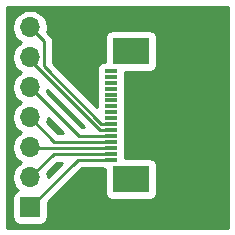
<source format=gbr>
%TF.GenerationSoftware,KiCad,Pcbnew,5.1.7-a382d34a8~88~ubuntu16.04.1*%
%TF.CreationDate,2022-04-02T16:43:32-04:00*%
%TF.ProjectId,eInkBreakout,65496e6b-4272-4656-916b-6f75742e6b69,rev?*%
%TF.SameCoordinates,Original*%
%TF.FileFunction,Copper,L1,Top*%
%TF.FilePolarity,Positive*%
%FSLAX46Y46*%
G04 Gerber Fmt 4.6, Leading zero omitted, Abs format (unit mm)*
G04 Created by KiCad (PCBNEW 5.1.7-a382d34a8~88~ubuntu16.04.1) date 2022-04-02 16:43:32*
%MOMM*%
%LPD*%
G01*
G04 APERTURE LIST*
%TA.AperFunction,SMDPad,CuDef*%
%ADD10R,3.100000X2.300000*%
%TD*%
%TA.AperFunction,SMDPad,CuDef*%
%ADD11R,1.100000X0.300000*%
%TD*%
%TA.AperFunction,ComponentPad*%
%ADD12R,1.700000X1.700000*%
%TD*%
%TA.AperFunction,ComponentPad*%
%ADD13O,1.700000X1.700000*%
%TD*%
%TA.AperFunction,Conductor*%
%ADD14C,0.250000*%
%TD*%
%TA.AperFunction,NonConductor*%
%ADD15C,0.254000*%
%TD*%
%TA.AperFunction,NonConductor*%
%ADD16C,0.100000*%
%TD*%
G04 APERTURE END LIST*
D10*
%TO.P,J2,MP*%
%TO.N,N/C*%
X104150000Y-101380000D03*
X104150000Y-112220000D03*
D11*
%TO.P,J2,16*%
X102450000Y-103050000D03*
%TO.P,J2,15*%
X102450000Y-103550000D03*
%TO.P,J2,14*%
X102450000Y-104050000D03*
%TO.P,J2,13*%
X102450000Y-104550000D03*
%TO.P,J2,12*%
X102450000Y-105050000D03*
%TO.P,J2,11*%
X102450000Y-105550000D03*
%TO.P,J2,10*%
X102450000Y-106050000D03*
%TO.P,J2,9*%
X102450000Y-106550000D03*
%TO.P,J2,8*%
X102450000Y-107050000D03*
%TO.P,J2,7*%
%TO.N,Dot5Distal*%
X102450000Y-107550000D03*
%TO.P,J2,6*%
%TO.N,Dot4*%
X102450000Y-108050000D03*
%TO.P,J2,5*%
%TO.N,Dot3*%
X102450000Y-108550000D03*
%TO.P,J2,4*%
%TO.N,Dot2*%
X102450000Y-109050000D03*
%TO.P,J2,3*%
%TO.N,Dot1*%
X102450000Y-109550000D03*
%TO.P,J2,2*%
%TO.N,Bkgd*%
X102450000Y-110050000D03*
%TO.P,J2,1*%
%TO.N,Top*%
X102450000Y-110550000D03*
%TD*%
D12*
%TO.P,J1,1*%
%TO.N,Top*%
X95600000Y-114600000D03*
D13*
%TO.P,J1,2*%
%TO.N,Bkgd*%
X95600000Y-112060000D03*
%TO.P,J1,3*%
%TO.N,Dot1*%
X95600000Y-109520000D03*
%TO.P,J1,4*%
%TO.N,Dot2*%
X95600000Y-106980000D03*
%TO.P,J1,5*%
%TO.N,Dot3*%
X95600000Y-104440000D03*
%TO.P,J1,6*%
%TO.N,Dot4*%
X95600000Y-101900000D03*
%TO.P,J1,7*%
%TO.N,Dot5Distal*%
X95600000Y-99360000D03*
%TD*%
D14*
%TO.N,Top*%
X99650000Y-110550000D02*
X95600000Y-114600000D01*
X102450000Y-110550000D02*
X99650000Y-110550000D01*
%TO.N,Bkgd*%
X97610000Y-110050000D02*
X95600000Y-112060000D01*
X102450000Y-110050000D02*
X97610000Y-110050000D01*
%TO.N,Dot1*%
X95630000Y-109550000D02*
X95600000Y-109520000D01*
X102450000Y-109550000D02*
X95630000Y-109550000D01*
%TO.N,Dot2*%
X97670000Y-109050000D02*
X95600000Y-106980000D01*
X102450000Y-109050000D02*
X97670000Y-109050000D01*
%TO.N,Dot3*%
X99710000Y-108550000D02*
X95600000Y-104440000D01*
X102450000Y-108550000D02*
X99710000Y-108550000D01*
%TO.N,Dot4*%
X95600000Y-102121413D02*
X95600000Y-101900000D01*
X101528587Y-108050000D02*
X95600000Y-102121413D01*
X102450000Y-108050000D02*
X101528587Y-108050000D01*
%TO.N,Dot5Distal*%
X96775001Y-100535001D02*
X95600000Y-99360000D01*
X102425001Y-107525001D02*
X101639999Y-107525001D01*
X101639999Y-107525001D02*
X96775001Y-102660003D01*
X102450000Y-107550000D02*
X102425001Y-107525001D01*
X96775001Y-102660003D02*
X96775001Y-100535001D01*
%TD*%
D15*
X112340001Y-116340000D02*
X93660000Y-116340000D01*
X93660000Y-113750000D01*
X94111928Y-113750000D01*
X94111928Y-115450000D01*
X94124188Y-115574482D01*
X94160498Y-115694180D01*
X94219463Y-115804494D01*
X94298815Y-115901185D01*
X94395506Y-115980537D01*
X94505820Y-116039502D01*
X94625518Y-116075812D01*
X94750000Y-116088072D01*
X96450000Y-116088072D01*
X96574482Y-116075812D01*
X96694180Y-116039502D01*
X96804494Y-115980537D01*
X96901185Y-115901185D01*
X96980537Y-115804494D01*
X97039502Y-115694180D01*
X97075812Y-115574482D01*
X97088072Y-115450000D01*
X97088072Y-114186729D01*
X99964802Y-111310000D01*
X101723393Y-111310000D01*
X101775518Y-111325812D01*
X101900000Y-111338072D01*
X101961928Y-111338072D01*
X101961928Y-113370000D01*
X101974188Y-113494482D01*
X102010498Y-113614180D01*
X102069463Y-113724494D01*
X102148815Y-113821185D01*
X102245506Y-113900537D01*
X102355820Y-113959502D01*
X102475518Y-113995812D01*
X102600000Y-114008072D01*
X105700000Y-114008072D01*
X105824482Y-113995812D01*
X105944180Y-113959502D01*
X106054494Y-113900537D01*
X106151185Y-113821185D01*
X106230537Y-113724494D01*
X106289502Y-113614180D01*
X106325812Y-113494482D01*
X106338072Y-113370000D01*
X106338072Y-111070000D01*
X106325812Y-110945518D01*
X106289502Y-110825820D01*
X106230537Y-110715506D01*
X106151185Y-110618815D01*
X106054494Y-110539463D01*
X105944180Y-110480498D01*
X105824482Y-110444188D01*
X105700000Y-110431928D01*
X103638072Y-110431928D01*
X103638072Y-110400000D01*
X103628223Y-110300000D01*
X103638072Y-110200000D01*
X103638072Y-109900000D01*
X103628223Y-109800000D01*
X103638072Y-109700000D01*
X103638072Y-109400000D01*
X103628223Y-109300000D01*
X103638072Y-109200000D01*
X103638072Y-108900000D01*
X103628223Y-108800000D01*
X103638072Y-108700000D01*
X103638072Y-108400000D01*
X103628223Y-108300000D01*
X103638072Y-108200000D01*
X103638072Y-107900000D01*
X103628223Y-107800000D01*
X103638072Y-107700000D01*
X103638072Y-107400000D01*
X103628223Y-107300000D01*
X103638072Y-107200000D01*
X103638072Y-106900000D01*
X103628223Y-106800000D01*
X103638072Y-106700000D01*
X103638072Y-106400000D01*
X103628223Y-106300000D01*
X103638072Y-106200000D01*
X103638072Y-105900000D01*
X103628223Y-105800000D01*
X103638072Y-105700000D01*
X103638072Y-105400000D01*
X103628223Y-105300000D01*
X103638072Y-105200000D01*
X103638072Y-104900000D01*
X103628223Y-104800000D01*
X103638072Y-104700000D01*
X103638072Y-104400000D01*
X103628223Y-104300000D01*
X103638072Y-104200000D01*
X103638072Y-103900000D01*
X103628223Y-103800000D01*
X103638072Y-103700000D01*
X103638072Y-103400000D01*
X103628223Y-103300000D01*
X103638072Y-103200000D01*
X103638072Y-103168072D01*
X105700000Y-103168072D01*
X105824482Y-103155812D01*
X105944180Y-103119502D01*
X106054494Y-103060537D01*
X106151185Y-102981185D01*
X106230537Y-102884494D01*
X106289502Y-102774180D01*
X106325812Y-102654482D01*
X106338072Y-102530000D01*
X106338072Y-100230000D01*
X106325812Y-100105518D01*
X106289502Y-99985820D01*
X106230537Y-99875506D01*
X106151185Y-99778815D01*
X106054494Y-99699463D01*
X105944180Y-99640498D01*
X105824482Y-99604188D01*
X105700000Y-99591928D01*
X102600000Y-99591928D01*
X102475518Y-99604188D01*
X102355820Y-99640498D01*
X102245506Y-99699463D01*
X102148815Y-99778815D01*
X102069463Y-99875506D01*
X102010498Y-99985820D01*
X101974188Y-100105518D01*
X101961928Y-100230000D01*
X101961928Y-102261928D01*
X101900000Y-102261928D01*
X101775518Y-102274188D01*
X101655820Y-102310498D01*
X101545506Y-102369463D01*
X101448815Y-102448815D01*
X101369463Y-102545506D01*
X101310498Y-102655820D01*
X101274188Y-102775518D01*
X101261928Y-102900000D01*
X101261928Y-103200000D01*
X101271777Y-103300000D01*
X101261928Y-103400000D01*
X101261928Y-103700000D01*
X101271777Y-103800000D01*
X101261928Y-103900000D01*
X101261928Y-104200000D01*
X101271777Y-104300000D01*
X101261928Y-104400000D01*
X101261928Y-104700000D01*
X101271777Y-104800000D01*
X101261928Y-104900000D01*
X101261928Y-105200000D01*
X101271777Y-105300000D01*
X101261928Y-105400000D01*
X101261928Y-105700000D01*
X101271777Y-105800000D01*
X101261928Y-105900000D01*
X101261928Y-106072128D01*
X97535001Y-102345202D01*
X97535001Y-100572323D01*
X97538677Y-100535000D01*
X97535001Y-100497677D01*
X97535001Y-100497668D01*
X97524004Y-100386015D01*
X97480547Y-100242754D01*
X97409975Y-100110725D01*
X97315002Y-99995000D01*
X97286004Y-99971202D01*
X97041210Y-99726408D01*
X97085000Y-99506260D01*
X97085000Y-99213740D01*
X97027932Y-98926842D01*
X96915990Y-98656589D01*
X96753475Y-98413368D01*
X96546632Y-98206525D01*
X96303411Y-98044010D01*
X96033158Y-97932068D01*
X95746260Y-97875000D01*
X95453740Y-97875000D01*
X95166842Y-97932068D01*
X94896589Y-98044010D01*
X94653368Y-98206525D01*
X94446525Y-98413368D01*
X94284010Y-98656589D01*
X94172068Y-98926842D01*
X94115000Y-99213740D01*
X94115000Y-99506260D01*
X94172068Y-99793158D01*
X94284010Y-100063411D01*
X94446525Y-100306632D01*
X94653368Y-100513475D01*
X94827760Y-100630000D01*
X94653368Y-100746525D01*
X94446525Y-100953368D01*
X94284010Y-101196589D01*
X94172068Y-101466842D01*
X94115000Y-101753740D01*
X94115000Y-102046260D01*
X94172068Y-102333158D01*
X94284010Y-102603411D01*
X94446525Y-102846632D01*
X94653368Y-103053475D01*
X94827760Y-103170000D01*
X94653368Y-103286525D01*
X94446525Y-103493368D01*
X94284010Y-103736589D01*
X94172068Y-104006842D01*
X94115000Y-104293740D01*
X94115000Y-104586260D01*
X94172068Y-104873158D01*
X94284010Y-105143411D01*
X94446525Y-105386632D01*
X94653368Y-105593475D01*
X94827760Y-105710000D01*
X94653368Y-105826525D01*
X94446525Y-106033368D01*
X94284010Y-106276589D01*
X94172068Y-106546842D01*
X94115000Y-106833740D01*
X94115000Y-107126260D01*
X94172068Y-107413158D01*
X94284010Y-107683411D01*
X94446525Y-107926632D01*
X94653368Y-108133475D01*
X94827760Y-108250000D01*
X94653368Y-108366525D01*
X94446525Y-108573368D01*
X94284010Y-108816589D01*
X94172068Y-109086842D01*
X94115000Y-109373740D01*
X94115000Y-109666260D01*
X94172068Y-109953158D01*
X94284010Y-110223411D01*
X94446525Y-110466632D01*
X94653368Y-110673475D01*
X94827760Y-110790000D01*
X94653368Y-110906525D01*
X94446525Y-111113368D01*
X94284010Y-111356589D01*
X94172068Y-111626842D01*
X94115000Y-111913740D01*
X94115000Y-112206260D01*
X94172068Y-112493158D01*
X94284010Y-112763411D01*
X94446525Y-113006632D01*
X94578380Y-113138487D01*
X94505820Y-113160498D01*
X94395506Y-113219463D01*
X94298815Y-113298815D01*
X94219463Y-113395506D01*
X94160498Y-113505820D01*
X94124188Y-113625518D01*
X94111928Y-113750000D01*
X93660000Y-113750000D01*
X93660000Y-97660000D01*
X112340000Y-97660000D01*
X112340001Y-116340000D01*
%TA.AperFunction,NonConductor*%
D16*
G36*
X112340001Y-116340000D02*
G01*
X93660000Y-116340000D01*
X93660000Y-113750000D01*
X94111928Y-113750000D01*
X94111928Y-115450000D01*
X94124188Y-115574482D01*
X94160498Y-115694180D01*
X94219463Y-115804494D01*
X94298815Y-115901185D01*
X94395506Y-115980537D01*
X94505820Y-116039502D01*
X94625518Y-116075812D01*
X94750000Y-116088072D01*
X96450000Y-116088072D01*
X96574482Y-116075812D01*
X96694180Y-116039502D01*
X96804494Y-115980537D01*
X96901185Y-115901185D01*
X96980537Y-115804494D01*
X97039502Y-115694180D01*
X97075812Y-115574482D01*
X97088072Y-115450000D01*
X97088072Y-114186729D01*
X99964802Y-111310000D01*
X101723393Y-111310000D01*
X101775518Y-111325812D01*
X101900000Y-111338072D01*
X101961928Y-111338072D01*
X101961928Y-113370000D01*
X101974188Y-113494482D01*
X102010498Y-113614180D01*
X102069463Y-113724494D01*
X102148815Y-113821185D01*
X102245506Y-113900537D01*
X102355820Y-113959502D01*
X102475518Y-113995812D01*
X102600000Y-114008072D01*
X105700000Y-114008072D01*
X105824482Y-113995812D01*
X105944180Y-113959502D01*
X106054494Y-113900537D01*
X106151185Y-113821185D01*
X106230537Y-113724494D01*
X106289502Y-113614180D01*
X106325812Y-113494482D01*
X106338072Y-113370000D01*
X106338072Y-111070000D01*
X106325812Y-110945518D01*
X106289502Y-110825820D01*
X106230537Y-110715506D01*
X106151185Y-110618815D01*
X106054494Y-110539463D01*
X105944180Y-110480498D01*
X105824482Y-110444188D01*
X105700000Y-110431928D01*
X103638072Y-110431928D01*
X103638072Y-110400000D01*
X103628223Y-110300000D01*
X103638072Y-110200000D01*
X103638072Y-109900000D01*
X103628223Y-109800000D01*
X103638072Y-109700000D01*
X103638072Y-109400000D01*
X103628223Y-109300000D01*
X103638072Y-109200000D01*
X103638072Y-108900000D01*
X103628223Y-108800000D01*
X103638072Y-108700000D01*
X103638072Y-108400000D01*
X103628223Y-108300000D01*
X103638072Y-108200000D01*
X103638072Y-107900000D01*
X103628223Y-107800000D01*
X103638072Y-107700000D01*
X103638072Y-107400000D01*
X103628223Y-107300000D01*
X103638072Y-107200000D01*
X103638072Y-106900000D01*
X103628223Y-106800000D01*
X103638072Y-106700000D01*
X103638072Y-106400000D01*
X103628223Y-106300000D01*
X103638072Y-106200000D01*
X103638072Y-105900000D01*
X103628223Y-105800000D01*
X103638072Y-105700000D01*
X103638072Y-105400000D01*
X103628223Y-105300000D01*
X103638072Y-105200000D01*
X103638072Y-104900000D01*
X103628223Y-104800000D01*
X103638072Y-104700000D01*
X103638072Y-104400000D01*
X103628223Y-104300000D01*
X103638072Y-104200000D01*
X103638072Y-103900000D01*
X103628223Y-103800000D01*
X103638072Y-103700000D01*
X103638072Y-103400000D01*
X103628223Y-103300000D01*
X103638072Y-103200000D01*
X103638072Y-103168072D01*
X105700000Y-103168072D01*
X105824482Y-103155812D01*
X105944180Y-103119502D01*
X106054494Y-103060537D01*
X106151185Y-102981185D01*
X106230537Y-102884494D01*
X106289502Y-102774180D01*
X106325812Y-102654482D01*
X106338072Y-102530000D01*
X106338072Y-100230000D01*
X106325812Y-100105518D01*
X106289502Y-99985820D01*
X106230537Y-99875506D01*
X106151185Y-99778815D01*
X106054494Y-99699463D01*
X105944180Y-99640498D01*
X105824482Y-99604188D01*
X105700000Y-99591928D01*
X102600000Y-99591928D01*
X102475518Y-99604188D01*
X102355820Y-99640498D01*
X102245506Y-99699463D01*
X102148815Y-99778815D01*
X102069463Y-99875506D01*
X102010498Y-99985820D01*
X101974188Y-100105518D01*
X101961928Y-100230000D01*
X101961928Y-102261928D01*
X101900000Y-102261928D01*
X101775518Y-102274188D01*
X101655820Y-102310498D01*
X101545506Y-102369463D01*
X101448815Y-102448815D01*
X101369463Y-102545506D01*
X101310498Y-102655820D01*
X101274188Y-102775518D01*
X101261928Y-102900000D01*
X101261928Y-103200000D01*
X101271777Y-103300000D01*
X101261928Y-103400000D01*
X101261928Y-103700000D01*
X101271777Y-103800000D01*
X101261928Y-103900000D01*
X101261928Y-104200000D01*
X101271777Y-104300000D01*
X101261928Y-104400000D01*
X101261928Y-104700000D01*
X101271777Y-104800000D01*
X101261928Y-104900000D01*
X101261928Y-105200000D01*
X101271777Y-105300000D01*
X101261928Y-105400000D01*
X101261928Y-105700000D01*
X101271777Y-105800000D01*
X101261928Y-105900000D01*
X101261928Y-106072128D01*
X97535001Y-102345202D01*
X97535001Y-100572323D01*
X97538677Y-100535000D01*
X97535001Y-100497677D01*
X97535001Y-100497668D01*
X97524004Y-100386015D01*
X97480547Y-100242754D01*
X97409975Y-100110725D01*
X97315002Y-99995000D01*
X97286004Y-99971202D01*
X97041210Y-99726408D01*
X97085000Y-99506260D01*
X97085000Y-99213740D01*
X97027932Y-98926842D01*
X96915990Y-98656589D01*
X96753475Y-98413368D01*
X96546632Y-98206525D01*
X96303411Y-98044010D01*
X96033158Y-97932068D01*
X95746260Y-97875000D01*
X95453740Y-97875000D01*
X95166842Y-97932068D01*
X94896589Y-98044010D01*
X94653368Y-98206525D01*
X94446525Y-98413368D01*
X94284010Y-98656589D01*
X94172068Y-98926842D01*
X94115000Y-99213740D01*
X94115000Y-99506260D01*
X94172068Y-99793158D01*
X94284010Y-100063411D01*
X94446525Y-100306632D01*
X94653368Y-100513475D01*
X94827760Y-100630000D01*
X94653368Y-100746525D01*
X94446525Y-100953368D01*
X94284010Y-101196589D01*
X94172068Y-101466842D01*
X94115000Y-101753740D01*
X94115000Y-102046260D01*
X94172068Y-102333158D01*
X94284010Y-102603411D01*
X94446525Y-102846632D01*
X94653368Y-103053475D01*
X94827760Y-103170000D01*
X94653368Y-103286525D01*
X94446525Y-103493368D01*
X94284010Y-103736589D01*
X94172068Y-104006842D01*
X94115000Y-104293740D01*
X94115000Y-104586260D01*
X94172068Y-104873158D01*
X94284010Y-105143411D01*
X94446525Y-105386632D01*
X94653368Y-105593475D01*
X94827760Y-105710000D01*
X94653368Y-105826525D01*
X94446525Y-106033368D01*
X94284010Y-106276589D01*
X94172068Y-106546842D01*
X94115000Y-106833740D01*
X94115000Y-107126260D01*
X94172068Y-107413158D01*
X94284010Y-107683411D01*
X94446525Y-107926632D01*
X94653368Y-108133475D01*
X94827760Y-108250000D01*
X94653368Y-108366525D01*
X94446525Y-108573368D01*
X94284010Y-108816589D01*
X94172068Y-109086842D01*
X94115000Y-109373740D01*
X94115000Y-109666260D01*
X94172068Y-109953158D01*
X94284010Y-110223411D01*
X94446525Y-110466632D01*
X94653368Y-110673475D01*
X94827760Y-110790000D01*
X94653368Y-110906525D01*
X94446525Y-111113368D01*
X94284010Y-111356589D01*
X94172068Y-111626842D01*
X94115000Y-111913740D01*
X94115000Y-112206260D01*
X94172068Y-112493158D01*
X94284010Y-112763411D01*
X94446525Y-113006632D01*
X94578380Y-113138487D01*
X94505820Y-113160498D01*
X94395506Y-113219463D01*
X94298815Y-113298815D01*
X94219463Y-113395506D01*
X94160498Y-113505820D01*
X94124188Y-113625518D01*
X94111928Y-113750000D01*
X93660000Y-113750000D01*
X93660000Y-97660000D01*
X112340000Y-97660000D01*
X112340001Y-116340000D01*
G37*
%TD.AperFunction*%
D15*
X97085000Y-112040199D02*
X97085000Y-111913740D01*
X97041209Y-111693592D01*
X97924802Y-110810000D01*
X98315198Y-110810000D01*
X97085000Y-112040199D01*
%TA.AperFunction,NonConductor*%
D16*
G36*
X97085000Y-112040199D02*
G01*
X97085000Y-111913740D01*
X97041209Y-111693592D01*
X97924802Y-110810000D01*
X98315198Y-110810000D01*
X97085000Y-112040199D01*
G37*
%TD.AperFunction*%
D15*
X98375198Y-108290000D02*
X97984802Y-108290000D01*
X97041209Y-107346408D01*
X97085000Y-107126260D01*
X97085000Y-106999801D01*
X98375198Y-108290000D01*
%TA.AperFunction,NonConductor*%
D16*
G36*
X98375198Y-108290000D02*
G01*
X97984802Y-108290000D01*
X97041209Y-107346408D01*
X97085000Y-107126260D01*
X97085000Y-106999801D01*
X98375198Y-108290000D01*
G37*
%TD.AperFunction*%
D15*
X100193785Y-107790000D02*
X100024802Y-107790000D01*
X97041209Y-104806408D01*
X97069246Y-104665460D01*
X100193785Y-107790000D01*
%TA.AperFunction,NonConductor*%
D16*
G36*
X100193785Y-107790000D02*
G01*
X100024802Y-107790000D01*
X97041209Y-104806408D01*
X97069246Y-104665460D01*
X100193785Y-107790000D01*
G37*
%TD.AperFunction*%
M02*

</source>
